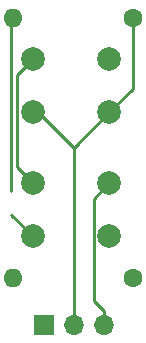
<source format=gbr>
%TF.GenerationSoftware,KiCad,Pcbnew,(5.1.6)-1*%
%TF.CreationDate,2020-12-18T19:23:39+01:00*%
%TF.ProjectId,rc-emitter_tft_trim_board,72632d65-6d69-4747-9465-725f7466745f,rev?*%
%TF.SameCoordinates,Original*%
%TF.FileFunction,Copper,L1,Top*%
%TF.FilePolarity,Positive*%
%FSLAX46Y46*%
G04 Gerber Fmt 4.6, Leading zero omitted, Abs format (unit mm)*
G04 Created by KiCad (PCBNEW (5.1.6)-1) date 2020-12-18 19:23:39*
%MOMM*%
%LPD*%
G01*
G04 APERTURE LIST*
%TA.AperFunction,ComponentPad*%
%ADD10C,2.000000*%
%TD*%
%TA.AperFunction,ComponentPad*%
%ADD11O,1.600000X1.600000*%
%TD*%
%TA.AperFunction,ComponentPad*%
%ADD12C,1.600000*%
%TD*%
%TA.AperFunction,ComponentPad*%
%ADD13O,1.700000X1.700000*%
%TD*%
%TA.AperFunction,ComponentPad*%
%ADD14R,1.700000X1.700000*%
%TD*%
%TA.AperFunction,Conductor*%
%ADD15C,0.250000*%
%TD*%
G04 APERTURE END LIST*
D10*
%TO.P,SW2,1*%
%TO.N,Net-(J2-Pad3)*%
X159000000Y-89000000D03*
%TO.P,SW2,2*%
%TO.N,Net-(R1-Pad2)*%
X159000000Y-93500000D03*
%TO.P,SW2,1*%
%TO.N,Net-(J2-Pad3)*%
X152500000Y-89000000D03*
%TO.P,SW2,2*%
%TO.N,Net-(R1-Pad2)*%
X152500000Y-93500000D03*
%TD*%
%TO.P,SW1,1*%
%TO.N,Net-(J2-Pad3)*%
X159000000Y-78500000D03*
%TO.P,SW1,2*%
%TO.N,Net-(J2-Pad2)*%
X159000000Y-83000000D03*
%TO.P,SW1,1*%
%TO.N,Net-(J2-Pad3)*%
X152500000Y-78500000D03*
%TO.P,SW1,2*%
%TO.N,Net-(J2-Pad2)*%
X152500000Y-83000000D03*
%TD*%
D11*
%TO.P,R2,2*%
%TO.N,Net-(J2-Pad1)*%
X150840000Y-97000000D03*
D12*
%TO.P,R2,1*%
%TO.N,Net-(R1-Pad2)*%
X161000000Y-97000000D03*
%TD*%
D11*
%TO.P,R1,2*%
%TO.N,Net-(R1-Pad2)*%
X150840000Y-75000000D03*
D12*
%TO.P,R1,1*%
%TO.N,Net-(J2-Pad2)*%
X161000000Y-75000000D03*
%TD*%
D13*
%TO.P,J2,3*%
%TO.N,Net-(J2-Pad3)*%
X158540000Y-101000000D03*
%TO.P,J2,2*%
%TO.N,Net-(J2-Pad2)*%
X156000000Y-101000000D03*
D14*
%TO.P,J2,1*%
%TO.N,Net-(J2-Pad1)*%
X153460000Y-101000000D03*
%TD*%
D15*
%TO.N,Net-(J2-Pad3)*%
X152500000Y-78500000D02*
X151150000Y-79849500D01*
X151150000Y-79849500D02*
X151150000Y-87650500D01*
X151150000Y-87650500D02*
X152500000Y-89000000D01*
X158540000Y-101000000D02*
X158540000Y-99824700D01*
X158540000Y-99824700D02*
X157674000Y-98958200D01*
X157674000Y-98958200D02*
X157674000Y-90326500D01*
X157674000Y-90326500D02*
X159000000Y-89000000D01*
%TO.N,Net-(J2-Pad2)*%
X156000000Y-86000000D02*
X153000000Y-83000000D01*
X156000000Y-101000000D02*
X156000000Y-86000000D01*
X161000000Y-75000000D02*
X161000000Y-81000000D01*
X161000000Y-81000000D02*
X159000000Y-83000000D01*
X156000000Y-86000000D02*
X159000000Y-83000000D01*
%TO.N,Net-(R1-Pad2)*%
X150699600Y-91699700D02*
X152500000Y-93500000D01*
X150699600Y-89647500D02*
X150699600Y-75000000D01*
X150671000Y-91671100D02*
X150699600Y-91699700D01*
%TD*%
M02*

</source>
